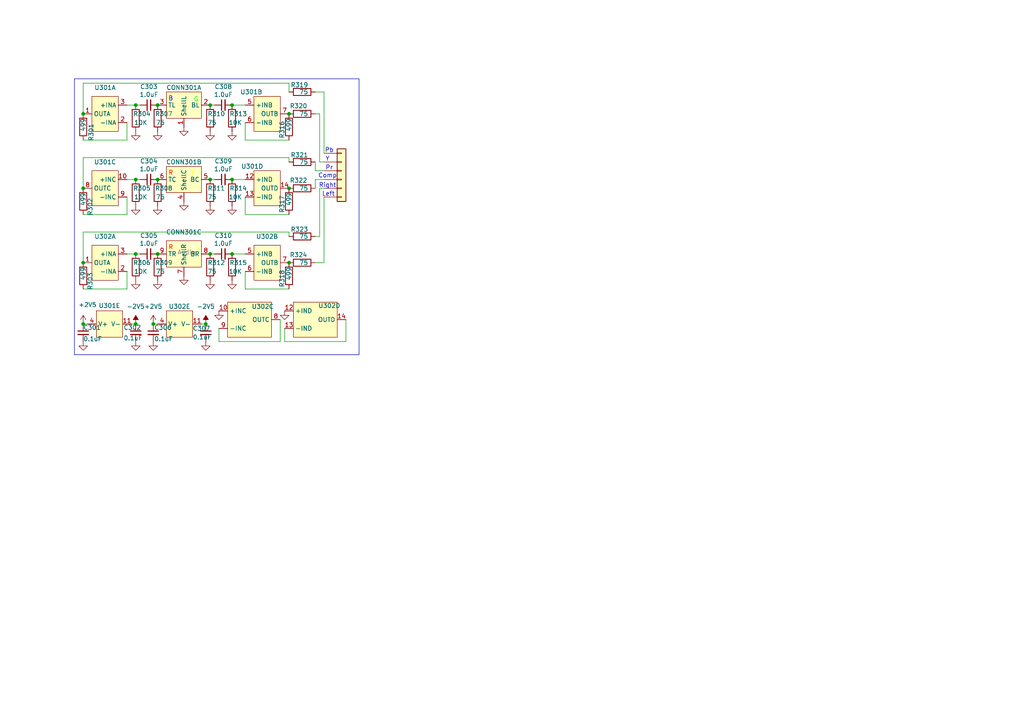
<source format=kicad_sch>
(kicad_sch (version 20250114) (generator "eeschema") (generator_version "9.0")
  (paper "A4")
  (lib_symbols
    (symbol "Connector_Generic:Conn_01x06" (pin_numbers (hide yes)) (pin_names (offset 1.016) (hide yes))
      (property "Reference" "J" (at 0 7.62 0))
      (property "Value" "Conn_01x06" (at 0 -10.16 0))
      (symbol "Conn_01x06_1_1"
        (rectangle (start -1.27 6.35) (end 1.27 -8.89) (stroke (width 0.254)) (fill (type background)))
        (rectangle (start -1.27 5.207) (end 0 4.953) (stroke (width 0.1524)))
        (rectangle (start -1.27 2.667) (end 0 2.413) (stroke (width 0.1524)))
        (rectangle (start -1.27 0.127) (end 0 -0.127) (stroke (width 0.1524)))
        (rectangle (start -1.27 -2.413) (end 0 -2.667) (stroke (width 0.1524)))
        (rectangle (start -1.27 -4.953) (end 0 -5.207) (stroke (width 0.1524)))
        (rectangle (start -1.27 -7.493) (end 0 -7.747) (stroke (width 0.1524)))
        (pin passive line (at -5.08 5.08 0) (length 3.81) (name "Pin_1") (number "1"))
        (pin passive line (at -5.08 2.54 0) (length 3.81) (name "Pin_2") (number "2"))
        (pin passive line (at -5.08 0 0) (length 3.81) (name "Pin_3") (number "3"))
        (pin passive line (at -5.08 -2.54 0) (length 3.81) (name "Pin_4") (number "4"))
        (pin passive line (at -5.08 -5.08 0) (length 3.81) (name "Pin_5") (number "5"))
        (pin passive line (at -5.08 -7.62 0) (length 3.81) (name "Pin_6") (number "6"))
      )
    )
    (symbol "Device:C_Small" (pin_numbers (hide yes)) (pin_names (offset 0.254) (hide yes))
      (property "Reference" "C" (at 0.254 1.778 0))
      (property "Value" "C_Small" (at 0.254 -2.032 0))
      (symbol "C_Small_0_1"
        (polyline (pts (xy -1.524 0.508) (xy 1.524 0.508)) (stroke (width 0.3048)))
        (polyline (pts (xy -1.524 -0.508) (xy 1.524 -0.508)) (stroke (width 0.3302)))
      )
      (symbol "C_Small_1_1"
        (pin passive line (at 0 2.54 270) (length 2.032) (name "~") (number "1"))
        (pin passive line (at 0 -2.54 90) (length 2.032) (name "~") (number "2"))
      )
    )
    (symbol "Device:R" (pin_numbers (hide yes)) (pin_names (offset 0))
      (property "Reference" "R" (at 2.032 0 90))
      (property "Value" "R" (at 0 0 90))
      (symbol "R_0_1"
        (rectangle (start -1.016 -2.54) (end 1.016 2.54) (stroke (width 0.254)))
      )
      (symbol "R_1_1"
        (pin passive line (at 0 3.81 270) (length 1.27) (name "~") (number "1"))
        (pin passive line (at 0 -3.81 90) (length 1.27) (name "~") (number "2"))
      )
    )
    (symbol "RS8754_1"
      (property "Reference" "U" (at -3.556 18.796 0))
      (symbol "RS8754_1_1_0"
        (pin input line (at -6.35 15.24 0) (length 2.54) (name "+INA") (number "3"))
        (pin input line (at -6.35 10.16 0) (length 2.54) (name "-INA") (number "2"))
        (pin output line (at 6.35 12.7 180) (length 2.54) (name "OUTA") (number "1"))
      )
      (symbol "RS8754_1_1_1"
        (rectangle (start -3.81 17.78) (end 3.81 7.62) (fill (type background)))
      )
      (symbol "RS8754_1_2_0"
        (pin input line (at -6.35 15.24 0) (length 2.54) (name "+INB") (number "5"))
        (pin input line (at -6.35 10.16 0) (length 2.54) (name "-INB") (number "6"))
        (pin output line (at 6.35 12.7 180) (length 2.54) (name "OUTB") (number "7"))
      )
      (symbol "RS8754_1_2_1"
        (rectangle (start -3.81 17.78) (end 3.81 7.62) (fill (type background)))
      )
      (symbol "RS8754_1_3_0"
        (pin input line (at -6.35 15.24 0) (length 2.54) (name "+INC") (number "10"))
        (pin input line (at -6.35 10.16 0) (length 2.54) (name "-INC") (number "9"))
        (pin output line (at 6.35 12.7 180) (length 2.54) (name "OUTC") (number "8"))
      )
      (symbol "RS8754_1_3_1"
        (rectangle (start -3.81 17.78) (end 3.81 7.62) (fill (type background)))
      )
      (symbol "RS8754_1_4_0"
        (pin input line (at -6.35 15.24 0) (length 2.54) (name "+IND") (number "12"))
        (pin input line (at -6.35 10.16 0) (length 2.54) (name "-IND") (number "13"))
        (pin output line (at 6.35 12.7 180) (length 2.54) (name "OUTD") (number "14"))
      )
      (symbol "RS8754_1_4_1"
        (rectangle (start -3.81 17.78) (end 3.81 7.62) (fill (type background)))
      )
      (symbol "RS8754_1_5_0"
        (pin power_in line (at -6.35 13.97 0) (length 2.54) (name "V+") (number "4"))
        (pin power_in line (at 6.35 13.97 180) (length 2.54) (name "V-") (number "11"))
      )
      (symbol "RS8754_1_5_1"
        (rectangle (start -3.81 17.78) (end 3.81 10.16) (fill (type background)))
      )
    )
    (symbol "RS8754_2"
      (property "Reference" "U" (at -3.556 18.796 0))
      (symbol "RS8754_2_1_0"
        (pin input line (at -6.35 15.24 0) (length 2.54) (name "+INA") (number "3"))
        (pin input line (at -6.35 10.16 0) (length 2.54) (name "-INA") (number "2"))
        (pin output line (at 6.35 12.7 180) (length 2.54) (name "OUTA") (number "1"))
      )
      (symbol "RS8754_2_1_1"
        (rectangle (start -3.81 17.78) (end 3.81 7.62) (fill (type background)))
      )
      (symbol "RS8754_2_2_0"
        (pin input line (at -6.35 15.24 0) (length 2.54) (name "+INB") (number "5"))
        (pin input line (at -6.35 10.16 0) (length 2.54) (name "-INB") (number "6"))
        (pin output line (at 6.35 12.7 180) (length 2.54) (name "OUTB") (number "7"))
      )
      (symbol "RS8754_2_2_1"
        (rectangle (start -3.81 17.78) (end 3.81 7.62) (fill (type background)))
      )
      (symbol "RS8754_2_3_0"
        (pin input line (at -6.35 15.24 0) (length 2.54) (name "+INC") (number "10"))
        (pin input line (at -6.35 10.16 0) (length 2.54) (name "-INC") (number "9"))
        (pin output line (at 6.35 12.7 180) (length 2.54) (name "OUTC") (number "8"))
      )
      (symbol "RS8754_2_3_1"
        (rectangle (start -3.81 17.78) (end 3.81 7.62) (fill (type background)))
      )
      (symbol "RS8754_2_4_0"
        (pin input line (at -6.35 15.24 0) (length 2.54) (name "+IND") (number "12"))
        (pin input line (at -6.35 10.16 0) (length 2.54) (name "-IND") (number "13"))
        (pin output line (at 6.35 12.7 180) (length 2.54) (name "OUTD") (number "14"))
      )
      (symbol "RS8754_2_4_1"
        (rectangle (start -3.81 17.78) (end 3.81 7.62) (fill (type background)))
      )
      (symbol "RS8754_2_5_0"
        (pin power_in line (at -6.35 13.97 0) (length 2.54) (name "V+") (number "4"))
        (pin power_in line (at 6.35 13.97 180) (length 2.54) (name "V-") (number "11"))
      )
      (symbol "RS8754_2_5_1"
        (rectangle (start -3.81 17.78) (end 3.81 10.16) (fill (type background)))
      )
    )
    (symbol "RS8754_3"
      (property "Reference" "U" (at -3.556 18.796 0))
      (symbol "RS8754_3_1_0"
        (pin input line (at -6.35 15.24 0) (length 2.54) (name "+INA") (number "3"))
        (pin input line (at -6.35 10.16 0) (length 2.54) (name "-INA") (number "2"))
        (pin output line (at 6.35 12.7 180) (length 2.54) (name "OUTA") (number "1"))
      )
      (symbol "RS8754_3_1_1"
        (rectangle (start -3.81 17.78) (end 3.81 7.62) (fill (type background)))
      )
      (symbol "RS8754_3_2_0"
        (pin input line (at -6.35 15.24 0) (length 2.54) (name "+INB") (number "5"))
        (pin input line (at -6.35 10.16 0) (length 2.54) (name "-INB") (number "6"))
        (pin output line (at 6.35 12.7 180) (length 2.54) (name "OUTB") (number "7"))
      )
      (symbol "RS8754_3_2_1"
        (rectangle (start -3.81 17.78) (end 3.81 7.62) (fill (type background)))
      )
      (symbol "RS8754_3_3_0"
        (pin input line (at -6.35 15.24 0) (length 2.54) (name "+INC") (number "10"))
        (pin input line (at -6.35 10.16 0) (length 2.54) (name "-INC") (number "9"))
        (pin output line (at 6.35 12.7 180) (length 2.54) (name "OUTC") (number "8"))
      )
      (symbol "RS8754_3_3_1"
        (rectangle (start -3.81 17.78) (end 3.81 7.62) (fill (type background)))
      )
      (symbol "RS8754_3_4_0"
        (pin input line (at -6.35 15.24 0) (length 2.54) (name "+IND") (number "12"))
        (pin input line (at -6.35 10.16 0) (length 2.54) (name "-IND") (number "13"))
        (pin output line (at 6.35 12.7 180) (length 2.54) (name "OUTD") (number "14"))
      )
      (symbol "RS8754_3_4_1"
        (rectangle (start -3.81 17.78) (end 3.81 7.62) (fill (type background)))
      )
      (symbol "RS8754_3_5_0"
        (pin power_in line (at -6.35 13.97 0) (length 2.54) (name "V+") (number "4"))
        (pin power_in line (at 6.35 13.97 180) (length 2.54) (name "V-") (number "11"))
      )
      (symbol "RS8754_3_5_1"
        (rectangle (start -3.81 17.78) (end 3.81 10.16) (fill (type background)))
      )
    )
    (symbol "RS8754_4"
      (property "Reference" "U" (at -3.556 18.796 0))
      (symbol "RS8754_4_1_0"
        (pin input line (at -6.35 15.24 0) (length 2.54) (name "+INA") (number "3"))
        (pin input line (at -6.35 10.16 0) (length 2.54) (name "-INA") (number "2"))
        (pin output line (at 6.35 12.7 180) (length 2.54) (name "OUTA") (number "1"))
      )
      (symbol "RS8754_4_1_1"
        (rectangle (start -3.81 17.78) (end 3.81 7.62) (fill (type background)))
      )
      (symbol "RS8754_4_2_0"
        (pin input line (at -6.35 15.24 0) (length 2.54) (name "+INB") (number "5"))
        (pin input line (at -6.35 10.16 0) (length 2.54) (name "-INB") (number "6"))
        (pin output line (at 6.35 12.7 180) (length 2.54) (name "OUTB") (number "7"))
      )
      (symbol "RS8754_4_2_1"
        (rectangle (start -3.81 17.78) (end 3.81 7.62) (fill (type background)))
      )
      (symbol "RS8754_4_3_0"
        (pin input line (at -6.35 15.24 0) (length 2.54) (name "+INC") (number "10"))
        (pin input line (at -6.35 10.16 0) (length 2.54) (name "-INC") (number "9"))
        (pin output line (at 6.35 12.7 180) (length 2.54) (name "OUTC") (number "8"))
      )
      (symbol "RS8754_4_3_1"
        (rectangle (start -3.81 17.78) (end 3.81 7.62) (fill (type background)))
      )
      (symbol "RS8754_4_4_0"
        (pin input line (at -6.35 15.24 0) (length 2.54) (name "+IND") (number "12"))
        (pin input line (at -6.35 10.16 0) (length 2.54) (name "-IND") (number "13"))
        (pin output line (at 6.35 12.7 180) (length 2.54) (name "OUTD") (number "14"))
      )
      (symbol "RS8754_4_4_1"
        (rectangle (start -3.81 17.78) (end 3.81 7.62) (fill (type background)))
      )
      (symbol "RS8754_4_5_0"
        (pin power_in line (at -6.35 13.97 0) (length 2.54) (name "V+") (number "4"))
        (pin power_in line (at 6.35 13.97 180) (length 2.54) (name "V-") (number "11"))
      )
      (symbol "RS8754_4_5_1"
        (rectangle (start -3.81 17.78) (end 3.81 10.16) (fill (type background)))
      )
    )
    (symbol "RS8754_5"
      (property "Reference" "U" (at -3.556 18.796 0))
      (symbol "RS8754_5_1_0"
        (pin input line (at -6.35 15.24 0) (length 2.54) (name "+INA") (number "3"))
        (pin input line (at -6.35 10.16 0) (length 2.54) (name "-INA") (number "2"))
        (pin output line (at 6.35 12.7 180) (length 2.54) (name "OUTA") (number "1"))
      )
      (symbol "RS8754_5_1_1"
        (rectangle (start -3.81 17.78) (end 3.81 7.62) (fill (type background)))
      )
      (symbol "RS8754_5_2_0"
        (pin input line (at -6.35 15.24 0) (length 2.54) (name "+INB") (number "5"))
        (pin input line (at -6.35 10.16 0) (length 2.54) (name "-INB") (number "6"))
        (pin output line (at 6.35 12.7 180) (length 2.54) (name "OUTB") (number "7"))
      )
      (symbol "RS8754_5_2_1"
        (rectangle (start -3.81 17.78) (end 3.81 7.62) (fill (type background)))
      )
      (symbol "RS8754_5_3_0"
        (pin input line (at -6.35 15.24 0) (length 2.54) (name "+INC") (number "10"))
        (pin input line (at -6.35 10.16 0) (length 2.54) (name "-INC") (number "9"))
        (pin output line (at 6.35 12.7 180) (length 2.54) (name "OUTC") (number "8"))
      )
      (symbol "RS8754_5_3_1"
        (rectangle (start -3.81 17.78) (end 3.81 7.62) (fill (type background)))
      )
      (symbol "RS8754_5_4_0"
        (pin input line (at -6.35 15.24 0) (length 2.54) (name "+IND") (number "12"))
        (pin input line (at -6.35 10.16 0) (length 2.54) (name "-IND") (number "13"))
        (pin output line (at 6.35 12.7 180) (length 2.54) (name "OUTD") (number "14"))
      )
      (symbol "RS8754_5_4_1"
        (rectangle (start -3.81 17.78) (end 3.81 7.62) (fill (type background)))
      )
      (symbol "RS8754_5_5_0"
        (pin power_in line (at -6.35 13.97 0) (length 2.54) (name "V+") (number "4"))
        (pin power_in line (at 6.35 13.97 180) (length 2.54) (name "V-") (number "11"))
      )
      (symbol "RS8754_5_5_1"
        (rectangle (start -3.81 17.78) (end 3.81 10.16) (fill (type background)))
      )
    )
    (symbol "RS8754_6"
      (property "Reference" "U" (at -3.556 18.796 0))
      (symbol "RS8754_6_1_0"
        (pin input line (at -6.35 15.24 0) (length 2.54) (name "+INA") (number "3"))
        (pin input line (at -6.35 10.16 0) (length 2.54) (name "-INA") (number "2"))
        (pin output line (at 6.35 12.7 180) (length 2.54) (name "OUTA") (number "1"))
      )
      (symbol "RS8754_6_1_1"
        (rectangle (start -3.81 17.78) (end 3.81 7.62) (fill (type background)))
      )
      (symbol "RS8754_6_2_0"
        (pin input line (at -6.35 15.24 0) (length 2.54) (name "+INB") (number "5"))
        (pin input line (at -6.35 10.16 0) (length 2.54) (name "-INB") (number "6"))
        (pin output line (at 6.35 12.7 180) (length 2.54) (name "OUTB") (number "7"))
      )
      (symbol "RS8754_6_2_1"
        (rectangle (start -3.81 17.78) (end 3.81 7.62) (fill (type background)))
      )
      (symbol "RS8754_6_3_0"
        (pin input line (at -6.35 15.24 0) (length 2.54) (name "+INC") (number "10"))
        (pin input line (at -6.35 10.16 0) (length 2.54) (name "-INC") (number "9"))
        (pin output line (at 6.35 12.7 180) (length 2.54) (name "OUTC") (number "8"))
      )
      (symbol "RS8754_6_3_1"
        (rectangle (start -3.81 17.78) (end 3.81 7.62) (fill (type background)))
      )
      (symbol "RS8754_6_4_0"
        (pin input line (at -6.35 15.24 0) (length 2.54) (name "+IND") (number "12"))
        (pin input line (at -6.35 10.16 0) (length 2.54) (name "-IND") (number "13"))
        (pin output line (at 6.35 12.7 180) (length 2.54) (name "OUTD") (number "14"))
      )
      (symbol "RS8754_6_4_1"
        (rectangle (start -3.81 17.78) (end 3.81 7.62) (fill (type background)))
      )
      (symbol "RS8754_6_5_0"
        (pin power_in line (at -6.35 13.97 0) (length 2.54) (name "V+") (number "4"))
        (pin power_in line (at 6.35 13.97 180) (length 2.54) (name "V-") (number "11"))
      )
      (symbol "RS8754_6_5_1"
        (rectangle (start -3.81 17.78) (end 3.81 10.16) (fill (type background)))
      )
    )
    (symbol "RS8754_7"
      (property "Reference" "U" (at -3.556 18.796 0))
      (symbol "RS8754_7_1_0"
        (pin input line (at -6.35 15.24 0) (length 2.54) (name "+INA") (number "3"))
        (pin input line (at -6.35 10.16 0) (length 2.54) (name "-INA") (number "2"))
        (pin output line (at 6.35 12.7 180) (length 2.54) (name "OUTA") (number "1"))
      )
      (symbol "RS8754_7_1_1"
        (rectangle (start -3.81 17.78) (end 3.81 7.62) (fill (type background)))
      )
      (symbol "RS8754_7_2_0"
        (pin input line (at -6.35 15.24 0) (length 2.54) (name "+INB") (number "5"))
        (pin input line (at -6.35 10.16 0) (length 2.54) (name "-INB") (number "6"))
        (pin output line (at 6.35 12.7 180) (length 2.54) (name "OUTB") (number "7"))
      )
      (symbol "RS8754_7_2_1"
        (rectangle (start -3.81 17.78) (end 3.81 7.62) (fill (type background)))
      )
      (symbol "RS8754_7_3_0"
        (pin input line (at -6.35 15.24 0) (length 2.54) (name "+INC") (number "10"))
        (pin input line (at -6.35 10.16 0) (length 2.54) (name "-INC") (number "9"))
        (pin output line (at 6.35 12.7 180) (length 2.54) (name "OUTC") (number "8"))
      )
      (symbol "RS8754_7_3_1"
        (rectangle (start -3.81 17.78) (end 3.81 7.62) (fill (type background)))
      )
      (symbol "RS8754_7_4_0"
        (pin input line (at -6.35 15.24 0) (length 2.54) (name "+IND") (number "12"))
        (pin input line (at -6.35 10.16 0) (length 2.54) (name "-IND") (number "13"))
        (pin output line (at 6.35 12.7 180) (length 2.54) (name "OUTD") (number "14"))
      )
      (symbol "RS8754_7_4_1"
        (rectangle (start -3.81 17.78) (end 3.81 7.62) (fill (type background)))
      )
      (symbol "RS8754_7_5_0"
        (pin power_in line (at -6.35 13.97 0) (length 2.54) (name "V+") (number "4"))
        (pin power_in line (at 6.35 13.97 180) (length 2.54) (name "V-") (number "11"))
      )
      (symbol "RS8754_7_5_1"
        (rectangle (start -3.81 17.78) (end 3.81 10.16) (fill (type background)))
      )
    )
    (symbol "RS8754_8"
      (property "Reference" "U" (at -3.556 18.796 0))
      (symbol "RS8754_8_1_0"
        (pin input line (at -6.35 15.24 0) (length 2.54) (name "+INA") (number "3"))
        (pin input line (at -6.35 10.16 0) (length 2.54) (name "-INA") (number "2"))
        (pin output line (at 6.35 12.7 180) (length 2.54) (name "OUTA") (number "1"))
      )
      (symbol "RS8754_8_1_1"
        (rectangle (start -3.81 17.78) (end 3.81 7.62) (fill (type background)))
      )
      (symbol "RS8754_8_2_0"
        (pin input line (at -6.35 15.24 0) (length 2.54) (name "+INB") (number "5"))
        (pin input line (at -6.35 10.16 0) (length 2.54) (name "-INB") (number "6"))
        (pin output line (at 6.35 12.7 180) (length 2.54) (name "OUTB") (number "7"))
      )
      (symbol "RS8754_8_2_1"
        (rectangle (start -3.81 17.78) (end 3.81 7.62) (fill (type background)))
      )
      (symbol "RS8754_8_3_0"
        (pin input line (at -6.35 15.24 0) (length 2.54) (name "+INC") (number "10"))
        (pin input line (at -6.35 10.16 0) (length 2.54) (name "-INC") (number "9"))
        (pin output line (at 6.35 12.7 180) (length 2.54) (name "OUTC") (number "8"))
      )
      (symbol "RS8754_8_3_1"
        (rectangle (start -3.81 17.78) (end 3.81 7.62) (fill (type background)))
      )
      (symbol "RS8754_8_4_0"
        (pin input line (at -6.35 15.24 0) (length 2.54) (name "+IND") (number "12"))
        (pin input line (at -6.35 10.16 0) (length 2.54) (name "-IND") (number "13"))
        (pin output line (at 6.35 12.7 180) (length 2.54) (name "OUTD") (number "14"))
      )
      (symbol "RS8754_8_4_1"
        (rectangle (start -3.81 17.78) (end 3.81 7.62) (fill (type background)))
      )
      (symbol "RS8754_8_5_0"
        (pin power_in line (at -6.35 13.97 0) (length 2.54) (name "V+") (number "4"))
        (pin power_in line (at 6.35 13.97 180) (length 2.54) (name "V-") (number "11"))
      )
      (symbol "RS8754_8_5_1"
        (rectangle (start -3.81 17.78) (end 3.81 10.16) (fill (type background)))
      )
    )
    (symbol "avswitch:RCJ-61"
      (property "Reference" "CONN" (at -3.048 7.62 0))
      (symbol "RCJ-61_1_0"
        (pin bidirectional line (at -7.62 2.54 0) (length 2.54) (name "TL") (number "3"))
        (pin power_in line (at 0 -3.81 90) (length 2.54) (name "ShellL") (number "1"))
        (pin bidirectional line (at 7.62 2.54 180) (length 2.54) (name "BL") (number "2"))
      )
      (symbol "RCJ-61_1_1"
        (rectangle (start -5.08 6.35) (end 5.08 -1.27) (fill (type background)))
        (text "B" (at -3.81 4.572 0) (effects (font (size 1.27 1.27))))
        (text "G" (at 3.556 4.318 0) (effects (font (size 1.27 1.27))))
      )
      (symbol "RCJ-61_2_0"
        (pin bidirectional line (at -7.62 2.54 0) (length 2.54) (name "TC") (number "6"))
        (pin power_in line (at 0 -3.81 90) (length 2.54) (name "ShellC") (number "4"))
        (pin bidirectional line (at 7.62 2.54 180) (length 2.54) (name "BC") (number "5"))
      )
      (symbol "RCJ-61_2_1"
        (rectangle (start -5.08 6.35) (end 5.08 -1.27) (fill (type background)))
        (text "R" (at -3.81 4.572 0) (effects (font (size 1.27 1.27))))
        (text "Y" (at 2.54 4.572 0) (effects (font (size 1.27 1.27))))
      )
      (symbol "RCJ-61_3_0"
        (pin bidirectional line (at -7.62 2.54 0) (length 2.54) (name "TR") (number "9"))
        (pin power_in line (at 0 -3.81 90) (length 2.54) (name "ShellR") (number "7"))
        (pin bidirectional line (at 7.62 2.54 180) (length 2.54) (name "BR") (number "8"))
      )
      (symbol "RCJ-61_3_1"
        (rectangle (start -5.08 6.35) (end 5.08 -1.27) (fill (type background)))
        (text "R" (at -3.81 4.572 0) (effects (font (size 1.27 1.27))))
        (text "Audio" (at 0.762 3.048 0) (effects (font (size 1.27 1.27))))
        (text "W" (at 2.54 4.572 0) (effects (font (size 1.27 1.27))))
      )
    )
    (symbol "avswitch:RS8754"
      (property "Reference" "U" (at -5.588 18.796 0))
      (symbol "RS8754_1_0"
        (pin input line (at -8.89 15.24 0) (length 2.54) (name "+INA") (number "3"))
        (pin input line (at -8.89 10.16 0) (length 2.54) (name "-INA") (number "2"))
        (pin output line (at 8.89 12.7 180) (length 2.54) (name "OUTA") (number "1"))
      )
      (symbol "RS8754_1_1"
        (rectangle (start -6.35 17.78) (end 6.35 7.62) (fill (type background)))
      )
      (symbol "RS8754_2_0"
        (pin input line (at -8.89 15.24 0) (length 2.54) (name "+INB") (number "5"))
        (pin input line (at -8.89 10.16 0) (length 2.54) (name "-INB") (number "6"))
        (pin output line (at 8.89 12.7 180) (length 2.54) (name "OUTB") (number "7"))
      )
      (symbol "RS8754_2_1"
        (rectangle (start -6.35 17.78) (end 6.35 7.62) (fill (type background)))
      )
      (symbol "RS8754_3_0"
        (pin input line (at -8.89 15.24 0) (length 2.54) (name "+INC") (number "10"))
        (pin input line (at -8.89 10.16 0) (length 2.54) (name "-INC") (number "9"))
        (pin output line (at 8.89 12.7 180) (length 2.54) (name "OUTC") (number "8"))
      )
      (symbol "RS8754_3_1"
        (rectangle (start -6.35 17.78) (end 6.35 7.62) (fill (type background)))
      )
      (symbol "RS8754_4_0"
        (pin input line (at -8.89 15.24 0) (length 2.54) (name "+IND") (number "12"))
        (pin input line (at -8.89 10.16 0) (length 2.54) (name "-IND") (number "13"))
        (pin output line (at 8.89 12.7 180) (length 2.54) (name "OUTD") (number "14"))
      )
      (symbol "RS8754_4_1"
        (rectangle (start -6.35 17.78) (end 6.35 7.62) (fill (type background)))
      )
      (symbol "RS8754_5_0"
        (pin power_in line (at -7.62 13.97 0) (length 2.54) (name "V+") (number "4"))
        (pin power_in line (at 7.62 13.97 180) (length 2.54) (name "V-") (number "11"))
      )
      (symbol "RS8754_5_1"
        (rectangle (start -5.08 17.78) (end 5.08 10.16) (fill (type background)))
      )
    )
    (symbol "power:+2V5" (power) (pin_numbers (hide yes)) (pin_names (offset 0) (hide yes))
      (property "Value" "+2V5" (at 0 3.556 0))
      (symbol "+2V5_0_1"
        (polyline (pts (xy -0.762 1.27) (xy 0 2.54)))
        (polyline (pts (xy 0 2.54) (xy 0.762 1.27)))
        (polyline (pts (xy 0 0) (xy 0 2.54)))
      )
      (symbol "+2V5_1_1"
        (pin power_in line (at 0 0 90) (length 0) (name "~") (number "1"))
      )
    )
    (symbol "power:-2V5" (power) (pin_numbers (hide yes)) (pin_names (offset 0) (hide yes))
      (property "Value" "-2V5" (at 0 3.556 0))
      (symbol "-2V5_0_0"
        (pin power_in line (at 0 0 90) (length 0) (name "~") (number "1"))
      )
      (symbol "-2V5_0_1"
        (polyline (pts (xy 0 0) (xy 0 1.27) (xy 0.762 1.27) (xy 0 2.54) (xy -0.762 1.27) (xy 0 1.27)) (fill (type outline)))
      )
    )
    (symbol "power:GND" (power) (pin_numbers (hide yes)) (pin_names (offset 0) (hide yes))
      (property "Value" "GND" (at 0 -3.81 0))
      (symbol "GND_0_1"
        (polyline (pts (xy 0 0) (xy 0 -1.27) (xy 1.27 -1.27) (xy 0 -2.54) (xy -1.27 -1.27) (xy 0 -1.27)))
      )
      (symbol "GND_1_1"
        (pin power_in line (at 0 0 270) (length 0) (name "~") (number "1"))
      )
    )
  )
  (rectangle (start 21.59 22.86) (end 104.14 102.87))
  (text "Comp" (at 94.996 51.054 0) (effects (font (size 1.27 1.27))))
  (text "Left" (at 95.25 56.388 0) (effects (font (size 1.27 1.27))))
  (text "Y" (at 94.996 46.228 0) (effects (font (size 1.27 1.27))))
  (text "Right" (at 94.996 53.848 0) (effects (font (size 1.27 1.27))))
  (text "Pb" (at 95.504 43.688 0) (effects (font (size 1.27 1.27))))
  (text "Pr" (at 95.504 48.768 0) (effects (font (size 1.27 1.27))))
  (junction (at 60.96 52.07))
  (junction (at 39.37 30.48))
  (junction (at 39.37 93.98))
  (junction (at 67.31 52.07))
  (junction (at 39.37 52.07))
  (junction (at 39.37 73.66))
  (junction (at 24.13 54.61))
  (junction (at 44.45 93.98))
  (junction (at 45.72 73.66))
  (junction (at 60.96 73.66))
  (junction (at 67.31 30.48))
  (junction (at 67.31 73.66))
  (junction (at 24.13 93.98))
  (junction (at 45.72 30.48))
  (junction (at 24.13 33.02))
  (junction (at 59.69 93.98))
  (junction (at 83.82 54.61))
  (junction (at 83.82 33.02))
  (junction (at 45.72 52.07))
  (junction (at 83.82 76.2))
  (junction (at 24.13 76.2))
  (junction (at 60.96 30.48))
  (wire (pts (xy 24.13 45.72) (xy 24.13 54.61)))
  (wire (pts (xy 93.98 76.2) (xy 91.44 76.2)))
  (wire (pts (xy 93.98 57.15) (xy 93.98 76.2)))
  (wire (pts (xy 71.12 35.56) (xy 71.12 40.64)))
  (wire (pts (xy 82.55 95.25) (xy 82.55 99.06)))
  (wire (pts (xy 36.83 30.48) (xy 39.37 30.48)))
  (wire (pts (xy 83.82 67.31) (xy 83.82 68.58)))
  (wire (pts (xy 93.98 49.53) (xy 91.44 49.53)))
  (wire (pts (xy 92.71 46.99) (xy 92.71 33.02)))
  (wire (pts (xy 71.12 83.82) (xy 83.82 83.82)))
  (wire (pts (xy 39.37 52.07) (xy 40.64 52.07)))
  (wire (pts (xy 36.83 52.07) (xy 39.37 52.07)))
  (wire (pts (xy 36.83 35.56) (xy 36.83 40.64)))
  (wire (pts (xy 24.13 67.31) (xy 83.82 67.31)))
  (wire (pts (xy 92.71 33.02) (xy 91.44 33.02)))
  (wire (pts (xy 100.33 99.06) (xy 82.55 99.06)))
  (wire (pts (xy 39.37 73.66) (xy 40.64 73.66)))
  (wire (pts (xy 36.83 78.74) (xy 36.83 83.82)))
  (wire (pts (xy 24.13 40.64) (xy 36.83 40.64)))
  (wire (pts (xy 91.44 49.53) (xy 91.44 46.99)))
  (wire (pts (xy 92.71 68.58) (xy 92.71 54.61)))
  (wire (pts (xy 81.28 92.71) (xy 81.28 99.06)))
  (wire (pts (xy 83.82 45.72) (xy 83.82 46.99)))
  (wire (pts (xy 67.31 73.66) (xy 71.12 73.66)))
  (wire (pts (xy 83.82 24.13) (xy 83.82 26.67)))
  (wire (pts (xy 71.12 57.15) (xy 71.12 62.23)))
  (wire (pts (xy 24.13 45.72) (xy 83.82 45.72)))
  (wire (pts (xy 93.98 46.99) (xy 92.71 46.99)))
  (wire (pts (xy 71.12 40.64) (xy 83.82 40.64)))
  (wire (pts (xy 39.37 30.48) (xy 40.64 30.48)))
  (wire (pts (xy 92.71 54.61) (xy 93.98 54.61)))
  (wire (pts (xy 24.13 83.82) (xy 36.83 83.82)))
  (wire (pts (xy 100.33 92.71) (xy 100.33 99.06)))
  (wire (pts (xy 24.13 24.13) (xy 24.13 33.02)))
  (wire (pts (xy 91.44 52.07) (xy 93.98 52.07)))
  (wire (pts (xy 93.98 44.45) (xy 93.98 26.67)))
  (wire (pts (xy 44.45 93.98) (xy 45.72 93.98)))
  (wire (pts (xy 36.83 73.66) (xy 39.37 73.66)))
  (wire (pts (xy 71.12 62.23) (xy 83.82 62.23)))
  (wire (pts (xy 71.12 78.74) (xy 71.12 83.82)))
  (wire (pts (xy 38.1 93.98) (xy 39.37 93.98)))
  (wire (pts (xy 24.13 67.31) (xy 24.13 76.2)))
  (wire (pts (xy 24.13 62.23) (xy 36.83 62.23)))
  (wire (pts (xy 91.44 54.61) (xy 91.44 52.07)))
  (wire (pts (xy 24.13 24.13) (xy 83.82 24.13)))
  (wire (pts (xy 63.5 99.06) (xy 63.5 95.25)))
  (wire (pts (xy 60.96 73.66) (xy 62.23 73.66)))
  (wire (pts (xy 81.28 99.06) (xy 63.5 99.06)))
  (wire (pts (xy 60.96 52.07) (xy 62.23 52.07)))
  (wire (pts (xy 67.31 52.07) (xy 71.12 52.07)))
  (wire (pts (xy 58.42 93.98) (xy 59.69 93.98)))
  (wire (pts (xy 24.13 93.98) (xy 25.4 93.98)))
  (wire (pts (xy 60.96 30.48) (xy 62.23 30.48)))
  (wire (pts (xy 67.31 30.48) (xy 71.12 30.48)))
  (wire (pts (xy 36.83 57.15) (xy 36.83 62.23)))
  (wire (pts (xy 91.44 68.58) (xy 92.71 68.58)))
  (wire (pts (xy 91.44 26.67) (xy 93.98 26.67)))
  (symbol (lib_id "power:GND") (at 45.72 38.1 0) (unit 1)
    (property "Reference" "#PWR0310" (effects (hide yes)))
    (property "Value" "GND" (effects (hide yes)))
    (property "Description" "Power symbol creates a global label with name \"GND\" , ground" (effects (hide yes)))
  )
  (symbol (lib_id "power:GND") (at 60.96 81.28 0) (unit 1)
    (property "Reference" "#PWR0320" (effects (hide yes)))
    (property "Value" "GND" (effects (hide yes)))
    (property "Description" "Power symbol creates a global label with name \"GND\" , ground" (effects (hide yes)))
  )
  (symbol (lib_name "RS8754_8") (lib_id "avswitch:RS8754") (at 77.47 45.72 0) (unit 2)
    (property "Reference" "U301" (at 72.898 26.67 0))
    (property "Value" "RS8754" (effects (hide yes)))
    (property "Footprint" "Package_SO:SOIC-14_3.9x8.7mm_P1.27mm" (effects (hide yes)))
    (property "Datasheet" "https://www.lcsc.com/datasheet/lcsc_datasheet_2405271615_Jiangsu-RUNIC-Tech-RS8754XP_C255420.pdf" (effects (hide yes)))
    (property "Description" "250MHz, Rail-to-Rail Output CMOS Operational Amplifier" (effects (hide yes)))
  )
  (symbol (lib_id "power:GND") (at 67.31 38.1 0) (unit 1)
    (property "Reference" "#PWR0322" (effects (hide yes)))
    (property "Value" "GND" (effects (hide yes)))
    (property "Description" "Power symbol creates a global label with name \"GND\" , ground" (effects (hide yes)))
  )
  (symbol (lib_id "Device:R") (at 24.13 80.01 180) (unit 1)
    (property "Reference" "R303" (at 26.162 78.994 90) (effects (justify left)))
    (property "Value" "499" (at 24.13 77.47 90) (effects (justify left)))
    (property "Footprint" "Resistor_SMD:R_0805_2012Metric" (effects (hide yes)))
    (property "Description" "Resistor" (effects (hide yes)))
  )
  (symbol (lib_id "power:GND") (at 67.31 81.28 0) (unit 1)
    (property "Reference" "#PWR0324" (effects (hide yes)))
    (property "Value" "GND" (effects (hide yes)))
    (property "Description" "Power symbol creates a global label with name \"GND\" , ground" (effects (hide yes)))
  )
  (symbol (lib_id "power:GND") (at 39.37 99.06 0) (unit 1)
    (property "Reference" "#PWR0307" (effects (hide yes)))
    (property "Value" "GND" (effects (hide yes)))
    (property "Description" "Power symbol creates a global label with name \"GND\" , ground" (effects (hide yes)))
  )
  (symbol (lib_id "Device:R") (at 60.96 34.29 0) (unit 1)
    (property "Reference" "R310" (at 60.198 33.02 0) (effects (justify left)))
    (property "Value" "75" (at 60.198 35.56 0) (effects (justify left)))
    (property "Footprint" "Resistor_SMD:R_0805_2012Metric" (effects (hide yes)))
    (property "Description" "Resistor" (effects (hide yes)))
  )
  (symbol (lib_id "Device:R") (at 87.63 46.99 90) (unit 1)
    (property "Reference" "R321" (at 89.408 44.958 90) (effects (justify left)))
    (property "Value" "75" (at 89.408 46.99 90) (effects (justify left)))
    (property "Footprint" "Resistor_SMD:R_0805_2012Metric" (effects (hide yes)))
    (property "Description" "Resistor" (effects (hide yes)))
  )
  (symbol (lib_id "Device:R") (at 24.13 58.42 180) (unit 1)
    (property "Reference" "R302" (at 26.162 57.404 90) (effects (justify left)))
    (property "Value" "499" (at 24.13 55.88 90) (effects (justify left)))
    (property "Footprint" "Resistor_SMD:R_0805_2012Metric" (effects (hide yes)))
    (property "Description" "Resistor" (effects (hide yes)))
  )
  (symbol (lib_name "RS8754_7") (lib_id "avswitch:RS8754") (at 30.48 88.9 0) (mirror y) (unit 1)
    (property "Reference" "U302" (at 30.48 68.58 0))
    (property "Value" "RS8754" (effects (hide yes)))
    (property "Footprint" "Package_SO:SOIC-14_3.9x8.7mm_P1.27mm" (effects (hide yes)))
    (property "Datasheet" "https://www.lcsc.com/datasheet/lcsc_datasheet_2405271615_Jiangsu-RUNIC-Tech-RS8754XP_C255420.pdf" (effects (hide yes)))
    (property "Description" "250MHz, Rail-to-Rail Output CMOS Operational Amplifier" (effects (hide yes)))
  )
  (symbol (lib_id "power:GND") (at 24.13 99.06 0) (unit 1)
    (property "Reference" "#PWR0302" (effects (hide yes)))
    (property "Value" "GND" (effects (hide yes)))
    (property "Description" "Power symbol creates a global label with name \"GND\" , ground" (effects (hide yes)))
  )
  (symbol (lib_id "power:-2V5") (at 39.37 93.98 0) (unit 1)
    (property "Reference" "#PWR0306" (effects (hide yes)))
    (property "Value" "-2V5" (at 39.37 88.9 0))
    (property "Description" "Power symbol creates a global label with name \"-2V5\"" (effects (hide yes)))
  )
  (symbol (lib_name "RS8754_3") (lib_id "avswitch:RS8754") (at 77.47 88.9 0) (unit 2)
    (property "Reference" "U302" (at 77.47 68.58 0))
    (property "Value" "RS8754" (effects (hide yes)))
    (property "Footprint" "Package_SO:SOIC-14_3.9x8.7mm_P1.27mm" (effects (hide yes)))
    (property "Datasheet" "https://www.lcsc.com/datasheet/lcsc_datasheet_2405271615_Jiangsu-RUNIC-Tech-RS8754XP_C255420.pdf" (effects (hide yes)))
    (property "Description" "250MHz, Rail-to-Rail Output CMOS Operational Amplifier" (effects (hide yes)))
  )
  (symbol (lib_name "RS8754_5") (lib_id "avswitch:RS8754") (at 52.07 107.95 0) (unit 5)
    (property "Reference" "U302" (at 52.07 88.9 0))
    (property "Value" "RS8754" (effects (hide yes)))
    (property "Footprint" "Package_SO:SOIC-14_3.9x8.7mm_P1.27mm" (effects (hide yes)))
    (property "Datasheet" "https://www.lcsc.com/datasheet/lcsc_datasheet_2405271615_Jiangsu-RUNIC-Tech-RS8754XP_C255420.pdf" (effects (hide yes)))
    (property "Description" "250MHz, Rail-to-Rail Output CMOS Operational Amplifier" (effects (hide yes)))
  )
  (symbol (lib_id "power:GND") (at 60.96 38.1 0) (unit 1)
    (property "Reference" "#PWR0318" (effects (hide yes)))
    (property "Value" "GND" (effects (hide yes)))
    (property "Description" "Power symbol creates a global label with name \"GND\" , ground" (effects (hide yes)))
  )
  (symbol (lib_id "Device:C_Small") (at 64.77 52.07 90) (unit 1)
    (property "Reference" "C309" (at 64.77 46.736 90))
    (property "Value" "1.0uF" (at 64.77 49.022 90))
    (property "Footprint" "Capacitor_SMD:C_0402_1005Metric" (effects (hide yes)))
    (property "Description" "Unpolarized capacitor, small symbol" (effects (hide yes)))
  )
  (symbol (lib_id "power:GND") (at 53.34 58.42 0) (unit 1)
    (property "Reference" "#PWR0314" (effects (hide yes)))
    (property "Value" "GND" (effects (hide yes)))
    (property "Description" "Power symbol creates a global label with name \"GND\" , ground" (effects (hide yes)))
  )
  (symbol (lib_id "Device:R") (at 39.37 34.29 0) (unit 1)
    (property "Reference" "R304" (at 38.608 33.02 0) (effects (justify left)))
    (property "Value" "10K" (at 38.862 35.56 0) (effects (justify left)))
    (property "Footprint" "Resistor_SMD:R_0805_2012Metric" (effects (hide yes)))
    (property "Description" "Resistor" (effects (hide yes)))
  )
  (symbol (lib_id "Device:R") (at 39.37 55.88 0) (unit 1)
    (property "Reference" "R305" (at 38.608 54.61 0) (effects (justify left)))
    (property "Value" "10K" (at 38.862 57.15 0) (effects (justify left)))
    (property "Footprint" "Resistor_SMD:R_0805_2012Metric" (effects (hide yes)))
    (property "Description" "Resistor" (effects (hide yes)))
  )
  (symbol (lib_id "power:GND") (at 82.55 90.17 0) (unit 1)
    (property "Reference" "#PWR0325" (effects (hide yes)))
    (property "Value" "GND" (effects (hide yes)))
    (property "Description" "Power symbol creates a global label with name \"GND\" , ground" (effects (hide yes)))
  )
  (symbol (lib_id "avswitch:RS8754") (at 72.39 105.41 0) (unit 3)
    (property "Reference" "U302" (at 76.2 88.9 0))
    (property "Value" "RS8754" (effects (hide yes)))
    (property "Footprint" "Package_SO:SOIC-14_3.9x8.7mm_P1.27mm" (effects (hide yes)))
    (property "Datasheet" "https://www.lcsc.com/datasheet/lcsc_datasheet_2405271615_Jiangsu-RUNIC-Tech-RS8754XP_C255420.pdf" (effects (hide yes)))
    (property "Description" "250MHz, Rail-to-Rail Output CMOS Operational Amplifier" (effects (hide yes)))
  )
  (symbol (lib_id "power:GND") (at 67.31 59.69 0) (unit 1)
    (property "Reference" "#PWR0323" (effects (hide yes)))
    (property "Value" "GND" (effects (hide yes)))
    (property "Description" "Power symbol creates a global label with name \"GND\" , ground" (effects (hide yes)))
  )
  (symbol (lib_id "Device:C_Small") (at 64.77 30.48 90) (unit 1)
    (property "Reference" "C308" (at 64.77 25.146 90))
    (property "Value" "1.0uF" (at 64.77 27.432 90))
    (property "Footprint" "Capacitor_SMD:C_0402_1005Metric" (effects (hide yes)))
    (property "Description" "Unpolarized capacitor, small symbol" (effects (hide yes)))
  )
  (symbol (lib_id "Device:R") (at 87.63 33.02 90) (unit 1)
    (property "Reference" "R320" (at 89.154 30.734 90) (effects (justify left)))
    (property "Value" "75" (at 89.408 33.02 90) (effects (justify left)))
    (property "Footprint" "Resistor_SMD:R_0805_2012Metric" (effects (hide yes)))
    (property "Description" "Resistor" (effects (hide yes)))
  )
  (symbol (lib_id "Device:R") (at 83.82 36.83 180) (unit 1)
    (property "Reference" "R316" (at 81.788 35.052 90) (effects (justify left)))
    (property "Value" "499" (at 83.82 34.29 90) (effects (justify left)))
    (property "Footprint" "Resistor_SMD:R_0805_2012Metric" (effects (hide yes)))
    (property "Description" "Resistor" (effects (hide yes)))
  )
  (symbol (lib_id "Device:C_Small") (at 43.18 52.07 90) (unit 1)
    (property "Reference" "C304" (at 43.18 46.736 90))
    (property "Value" "1.0uF" (at 43.18 49.022 90))
    (property "Footprint" "Capacitor_SMD:C_0402_1005Metric" (effects (hide yes)))
    (property "Description" "Unpolarized capacitor, small symbol" (effects (hide yes)))
  )
  (symbol (lib_id "Device:C_Small") (at 43.18 73.66 90) (unit 1)
    (property "Reference" "C305" (at 43.18 68.326 90))
    (property "Value" "1.0uF" (at 43.18 70.612 90))
    (property "Footprint" "Capacitor_SMD:C_0402_1005Metric" (effects (hide yes)))
    (property "Description" "Unpolarized capacitor, small symbol" (effects (hide yes)))
  )
  (symbol (lib_name "RS8754_6") (lib_id "avswitch:RS8754") (at 77.47 67.31 0) (unit 4)
    (property "Reference" "U301" (at 73.152 48.26 0))
    (property "Value" "RS8754" (effects (hide yes)))
    (property "Footprint" "Package_SO:SOIC-14_3.9x8.7mm_P1.27mm" (effects (hide yes)))
    (property "Datasheet" "https://www.lcsc.com/datasheet/lcsc_datasheet_2405271615_Jiangsu-RUNIC-Tech-RS8754XP_C255420.pdf" (effects (hide yes)))
    (property "Description" "250MHz, Rail-to-Rail Output CMOS Operational Amplifier" (effects (hide yes)))
  )
  (symbol (lib_id "Device:R") (at 67.31 55.88 0) (unit 1)
    (property "Reference" "R314" (at 66.548 54.61 0) (effects (justify left)))
    (property "Value" "10K" (at 66.294 57.15 0) (effects (justify left)))
    (property "Footprint" "Resistor_SMD:R_0805_2012Metric" (effects (hide yes)))
    (property "Description" "Resistor" (effects (hide yes)))
  )
  (symbol (lib_name "RS8754_2") (lib_id "avswitch:RS8754") (at 30.48 67.31 0) (mirror y) (unit 3)
    (property "Reference" "U301" (at 30.48 46.99 0))
    (property "Value" "RS8754" (effects (hide yes)))
    (property "Footprint" "Package_SO:SOIC-14_3.9x8.7mm_P1.27mm" (effects (hide yes)))
    (property "Datasheet" "https://www.lcsc.com/datasheet/lcsc_datasheet_2405271615_Jiangsu-RUNIC-Tech-RS8754XP_C255420.pdf" (effects (hide yes)))
    (property "Description" "250MHz, Rail-to-Rail Output CMOS Operational Amplifier" (effects (hide yes)))
  )
  (symbol (lib_id "Device:C_Small") (at 59.69 96.52 0) (unit 1)
    (property "Reference" "C307" (at 55.88 95.25 0) (effects (justify left)))
    (property "Value" "0.1uF" (at 55.88 97.79 0) (effects (justify left)))
    (property "Footprint" "Capacitor_SMD:C_0402_1005Metric" (effects (hide yes)))
    (property "Description" "Unpolarized capacitor, small symbol" (effects (hide yes)))
  )
  (symbol (lib_id "Device:R") (at 83.82 80.01 180) (unit 1)
    (property "Reference" "R318" (at 81.788 78.232 90) (effects (justify left)))
    (property "Value" "499" (at 83.82 77.47 90) (effects (justify left)))
    (property "Footprint" "Resistor_SMD:R_0805_2012Metric" (effects (hide yes)))
    (property "Description" "Resistor" (effects (hide yes)))
  )
  (symbol (lib_id "Device:C_Small") (at 24.13 96.52 0) (unit 1)
    (property "Reference" "C301" (at 24.13 94.996 0) (effects (justify left)))
    (property "Value" "0.1uF" (at 24.13 98.298 0) (effects (justify left)))
    (property "Footprint" "Capacitor_SMD:C_0402_1005Metric" (effects (hide yes)))
    (property "Description" "Unpolarized capacitor, small symbol" (effects (hide yes)))
  )
  (symbol (lib_id "Device:R") (at 87.63 68.58 90) (unit 1)
    (property "Reference" "R323" (at 89.408 66.548 90) (effects (justify left)))
    (property "Value" "75" (at 89.408 68.58 90) (effects (justify left)))
    (property "Footprint" "Resistor_SMD:R_0805_2012Metric" (effects (hide yes)))
    (property "Description" "Resistor" (effects (hide yes)))
  )
  (symbol (lib_id "Device:R") (at 24.13 36.83 180) (unit 1)
    (property "Reference" "R301" (at 26.416 35.814 90) (effects (justify left)))
    (property "Value" "499" (at 24.13 34.29 90) (effects (justify left)))
    (property "Footprint" "Resistor_SMD:R_0805_2012Metric" (effects (hide yes)))
    (property "Description" "Resistor" (effects (hide yes)))
  )
  (symbol (lib_id "Device:R") (at 60.96 77.47 0) (unit 1)
    (property "Reference" "R312" (at 60.198 76.2 0) (effects (justify left)))
    (property "Value" "75" (at 60.198 78.74 0) (effects (justify left)))
    (property "Footprint" "Resistor_SMD:R_0805_2012Metric" (effects (hide yes)))
    (property "Description" "Resistor" (effects (hide yes)))
  )
  (symbol (lib_id "power:GND") (at 44.45 99.06 0) (unit 1)
    (property "Reference" "#PWR0309" (effects (hide yes)))
    (property "Value" "GND" (effects (hide yes)))
    (property "Description" "Power symbol creates a global label with name \"GND\" , ground" (effects (hide yes)))
  )
  (symbol (lib_name "RS8754_1") (lib_id "avswitch:RS8754") (at 31.75 107.95 0) (unit 5)
    (property "Reference" "U301" (at 31.75 88.646 0))
    (property "Value" "RS8754" (effects (hide yes)))
    (property "Footprint" "Package_SO:SOIC-14_3.9x8.7mm_P1.27mm" (effects (hide yes)))
    (property "Datasheet" "https://www.lcsc.com/datasheet/lcsc_datasheet_2405271615_Jiangsu-RUNIC-Tech-RS8754XP_C255420.pdf" (effects (hide yes)))
    (property "Description" "250MHz, Rail-to-Rail Output CMOS Operational Amplifier" (effects (hide yes)))
  )
  (symbol (lib_id "Device:R") (at 67.31 34.29 0) (unit 1)
    (property "Reference" "R313" (at 66.548 33.02 0) (effects (justify left)))
    (property "Value" "10K" (at 66.294 35.56 0) (effects (justify left)))
    (property "Footprint" "Resistor_SMD:R_0805_2012Metric" (effects (hide yes)))
    (property "Description" "Resistor" (effects (hide yes)))
  )
  (symbol (lib_id "Device:R") (at 45.72 77.47 0) (unit 1)
    (property "Reference" "R309" (at 44.958 76.2 0) (effects (justify left)))
    (property "Value" "75" (at 45.212 78.74 0) (effects (justify left)))
    (property "Footprint" "Resistor_SMD:R_0805_2012Metric" (effects (hide yes)))
    (property "Description" "Resistor" (effects (hide yes)))
  )
  (symbol (lib_id "Device:R") (at 39.37 77.47 0) (unit 1)
    (property "Reference" "R306" (at 38.608 76.2 0) (effects (justify left)))
    (property "Value" "10K" (at 38.862 78.74 0) (effects (justify left)))
    (property "Footprint" "Resistor_SMD:R_0805_2012Metric" (effects (hide yes)))
    (property "Description" "Resistor" (effects (hide yes)))
  )
  (symbol (lib_id "avswitch:RCJ-61") (at 53.34 33.02 0) (unit 1)
    (property "Reference" "CONN301" (at 53.34 25.4 0))
    (property "Value" "RCJ-61562423" (effects (hide yes)))
    (property "Footprint" "avswitch:RCJ-61" (effects (hide yes)))
    (property "Datasheet" "https://www.sameskydevices.com/product/resource/rcj-61.pdf" (effects (hide yes)))
    (property "Description" "Same Sky (formerly CUI) RCJ-61 Series 3x2 RCA block" (effects (hide yes)))
  )
  (symbol (lib_id "power:+2V5") (at 24.13 93.98 0) (unit 1)
    (property "Reference" "#PWR0301" (effects (hide yes)))
    (property "Value" "+2V5" (at 25.4 88.392 0))
    (property "Description" "Power symbol creates a global label with name \"+2V5\"" (effects (hide yes)))
  )
  (symbol (lib_id "avswitch:RS8754") (at 91.44 105.41 0) (unit 4)
    (property "Reference" "U302" (at 95.504 88.646 0))
    (property "Value" "RS8754" (effects (hide yes)))
    (property "Footprint" "Package_SO:SOIC-14_3.9x8.7mm_P1.27mm" (effects (hide yes)))
    (property "Datasheet" "https://www.lcsc.com/datasheet/lcsc_datasheet_2405271615_Jiangsu-RUNIC-Tech-RS8754XP_C255420.pdf" (effects (hide yes)))
    (property "Description" "250MHz, Rail-to-Rail Output CMOS Operational Amplifier" (effects (hide yes)))
  )
  (symbol (lib_id "Device:R") (at 60.96 55.88 0) (unit 1)
    (property "Reference" "R311" (at 60.198 54.61 0) (effects (justify left)))
    (property "Value" "75" (at 60.198 57.15 0) (effects (justify left)))
    (property "Footprint" "Resistor_SMD:R_0805_2012Metric" (effects (hide yes)))
    (property "Description" "Resistor" (effects (hide yes)))
  )
  (symbol (lib_id "avswitch:RCJ-61") (at 53.34 76.2 0) (unit 3)
    (property "Reference" "CONN301" (at 53.34 67.31 0))
    (property "Value" "RCJ-61562423" (effects (hide yes)))
    (property "Footprint" "avswitch:RCJ-61" (effects (hide yes)))
    (property "Datasheet" "https://www.sameskydevices.com/product/resource/rcj-61.pdf" (effects (hide yes)))
    (property "Description" "Same Sky (formerly CUI) RCJ-61 Series 3x2 RCA block" (effects (hide yes)))
  )
  (symbol (lib_id "Device:C_Small") (at 43.18 30.48 90) (unit 1)
    (property "Reference" "C303" (at 43.18 25.146 90))
    (property "Value" "1.0uF" (at 43.18 27.432 90))
    (property "Footprint" "Capacitor_SMD:C_0402_1005Metric" (effects (hide yes)))
    (property "Description" "Unpolarized capacitor, small symbol" (effects (hide yes)))
  )
  (symbol (lib_id "power:GND") (at 39.37 59.69 0) (unit 1)
    (property "Reference" "#PWR0304" (effects (hide yes)))
    (property "Value" "GND" (effects (hide yes)))
    (property "Description" "Power symbol creates a global label with name \"GND\" , ground" (effects (hide yes)))
  )
  (symbol (lib_id "power:GND") (at 45.72 59.69 0) (unit 1)
    (property "Reference" "#PWR0311" (effects (hide yes)))
    (property "Value" "GND" (effects (hide yes)))
    (property "Description" "Power symbol creates a global label with name \"GND\" , ground" (effects (hide yes)))
  )
  (symbol (lib_id "Device:R") (at 87.63 76.2 90) (unit 1)
    (property "Reference" "R324" (at 89.154 73.914 90) (effects (justify left)))
    (property "Value" "75" (at 89.408 76.2 90) (effects (justify left)))
    (property "Footprint" "Resistor_SMD:R_0805_2012Metric" (effects (hide yes)))
    (property "Description" "Resistor" (effects (hide yes)))
  )
  (symbol (lib_id "power:+2V5") (at 44.45 93.98 0) (unit 1)
    (property "Reference" "#PWR0308" (effects (hide yes)))
    (property "Value" "+2V5" (at 44.45 88.9 0))
    (property "Description" "Power symbol creates a global label with name \"+2V5\"" (effects (hide yes)))
  )
  (symbol (lib_id "power:GND") (at 59.69 99.06 0) (unit 1)
    (property "Reference" "#PWR0317" (effects (hide yes)))
    (property "Value" "GND" (effects (hide yes)))
    (property "Description" "Power symbol creates a global label with name \"GND\" , ground" (effects (hide yes)))
  )
  (symbol (lib_id "power:GND") (at 39.37 38.1 0) (unit 1)
    (property "Reference" "#PWR0303" (effects (hide yes)))
    (property "Value" "GND" (effects (hide yes)))
    (property "Description" "Power symbol creates a global label with name \"GND\" , ground" (effects (hide yes)))
  )
  (symbol (lib_id "power:GND") (at 60.96 59.69 0) (unit 1)
    (property "Reference" "#PWR0319" (effects (hide yes)))
    (property "Value" "GND" (effects (hide yes)))
    (property "Description" "Power symbol creates a global label with name \"GND\" , ground" (effects (hide yes)))
  )
  (symbol (lib_id "power:GND") (at 53.34 36.83 0) (unit 1)
    (property "Reference" "#PWR0313" (effects (hide yes)))
    (property "Value" "GND" (effects (hide yes)))
    (property "Description" "Power symbol creates a global label with name \"GND\" , ground" (effects (hide yes)))
  )
  (symbol (lib_id "power:GND") (at 63.5 90.17 0) (unit 1)
    (property "Reference" "#PWR0321" (effects (hide yes)))
    (property "Value" "GND" (effects (hide yes)))
    (property "Description" "Power symbol creates a global label with name \"GND\" , ground" (effects (hide yes)))
  )
  (symbol (lib_id "Device:C_Small") (at 39.37 96.52 0) (unit 1)
    (property "Reference" "C302" (at 35.814 94.996 0) (effects (justify left)))
    (property "Value" "0.1uF" (at 35.814 98.044 0) (effects (justify left)))
    (property "Footprint" "Capacitor_SMD:C_0402_1005Metric" (effects (hide yes)))
    (property "Description" "Unpolarized capacitor, small symbol" (effects (hide yes)))
  )
  (symbol (lib_id "power:-2V5") (at 59.69 93.98 0) (unit 1)
    (property "Reference" "#PWR0316" (effects (hide yes)))
    (property "Value" "-2V5" (at 59.69 88.9 0))
    (property "Description" "Power symbol creates a global label with name \"-2V5\"" (effects (hide yes)))
  )
  (symbol (lib_name "RS8754_4") (lib_id "avswitch:RS8754") (at 30.48 45.72 0) (mirror y) (unit 1)
    (property "Reference" "U301" (at 30.48 25.4 0))
    (property "Value" "RS8754" (effects (hide yes)))
    (property "Footprint" "Package_SO:SOIC-14_3.9x8.7mm_P1.27mm" (effects (hide yes)))
    (property "Datasheet" "https://www.lcsc.com/datasheet/lcsc_datasheet_2405271615_Jiangsu-RUNIC-Tech-RS8754XP_C255420.pdf" (effects (hide yes)))
    (property "Description" "250MHz, Rail-to-Rail Output CMOS Operational Amplifier" (effects (hide yes)))
  )
  (symbol (lib_id "power:GND") (at 39.37 81.28 0) (unit 1)
    (property "Reference" "#PWR0305" (effects (hide yes)))
    (property "Value" "GND" (effects (hide yes)))
    (property "Description" "Power symbol creates a global label with name \"GND\" , ground" (effects (hide yes)))
  )
  (symbol (lib_id "Device:R") (at 45.72 34.29 0) (unit 1)
    (property "Reference" "R307" (at 44.958 33.02 0) (effects (justify left)))
    (property "Value" "75" (at 45.212 35.56 0) (effects (justify left)))
    (property "Footprint" "Resistor_SMD:R_0805_2012Metric" (effects (hide yes)))
    (property "Description" "Resistor" (effects (hide yes)))
  )
  (symbol (lib_id "power:GND") (at 53.34 80.01 0) (unit 1)
    (property "Reference" "#PWR0315" (effects (hide yes)))
    (property "Value" "GND" (effects (hide yes)))
    (property "Description" "Power symbol creates a global label with name \"GND\" , ground" (effects (hide yes)))
  )
  (symbol (lib_id "Device:R") (at 45.72 55.88 0) (unit 1)
    (property "Reference" "R308" (at 44.958 54.61 0) (effects (justify left)))
    (property "Value" "75" (at 45.212 57.15 0) (effects (justify left)))
    (property "Footprint" "Resistor_SMD:R_0805_2012Metric" (effects (hide yes)))
    (property "Description" "Resistor" (effects (hide yes)))
  )
  (symbol (lib_id "Connector_Generic:Conn_01x06") (at 99.06 49.53 0) (unit 1) (exclude_from_sim yes) (in_bom no) (on_board no)
    (property "Reference" "J301" (effects (hide yes)))
    (property "Value" "Conn_01x06" (effects (hide yes)))
    (property "Description" "Generic connector, single row, 01x06, script generated (kicad-library-utils/schlib/autogen/connector/)" (effects (hide yes)))
  )
  (symbol (lib_id "Device:C_Small") (at 64.77 73.66 90) (unit 1)
    (property "Reference" "C310" (at 64.77 68.326 90))
    (property "Value" "1.0uF" (at 64.77 70.612 90))
    (property "Footprint" "Capacitor_SMD:C_0402_1005Metric" (effects (hide yes)))
    (property "Description" "Unpolarized capacitor, small symbol" (effects (hide yes)))
  )
  (symbol (lib_id "Device:R") (at 83.82 58.42 180) (unit 1)
    (property "Reference" "R317" (at 81.788 56.642 90) (effects (justify left)))
    (property "Value" "499" (at 83.82 55.88 90) (effects (justify left)))
    (property "Footprint" "Resistor_SMD:R_0805_2012Metric" (effects (hide yes)))
    (property "Description" "Resistor" (effects (hide yes)))
  )
  (symbol (lib_id "Device:R") (at 67.31 77.47 0) (unit 1)
    (property "Reference" "R315" (at 66.548 76.2 0) (effects (justify left)))
    (property "Value" "10K" (at 66.294 78.74 0) (effects (justify left)))
    (property "Footprint" "Resistor_SMD:R_0805_2012Metric" (effects (hide yes)))
    (property "Description" "Resistor" (effects (hide yes)))
  )
  (symbol (lib_id "Device:R") (at 87.63 54.61 90) (unit 1)
    (property "Reference" "R322" (at 89.154 52.324 90) (effects (justify left)))
    (property "Value" "75" (at 89.408 54.61 90) (effects (justify left)))
    (property "Footprint" "Resistor_SMD:R_0805_2012Metric" (effects (hide yes)))
    (property "Description" "Resistor" (effects (hide yes)))
  )
  (symbol (lib_id "Device:C_Small") (at 44.45 96.52 0) (unit 1)
    (property "Reference" "C306" (at 44.704 94.996 0) (effects (justify left)))
    (property "Value" "0.1uF" (at 44.704 98.298 0) (effects (justify left)))
    (property "Footprint" "Capacitor_SMD:C_0402_1005Metric" (effects (hide yes)))
    (property "Description" "Unpolarized capacitor, small symbol" (effects (hide yes)))
  )
  (symbol (lib_id "power:GND") (at 45.72 81.28 0) (unit 1)
    (property "Reference" "#PWR0312" (effects (hide yes)))
    (property "Value" "GND" (effects (hide yes)))
    (property "Description" "Power symbol creates a global label with name \"GND\" , ground" (effects (hide yes)))
  )
  (symbol (lib_id "Device:R") (at 87.63 26.67 90) (unit 1)
    (property "Reference" "R319" (at 89.408 24.638 90) (effects (justify left)))
    (property "Value" "75" (at 89.408 26.67 90) (effects (justify left)))
    (property "Footprint" "Resistor_SMD:R_0805_2012Metric" (effects (hide yes)))
    (property "Description" "Resistor" (effects (hide yes)))
  )
  (symbol (lib_id "avswitch:RCJ-61") (at 53.34 54.61 0) (unit 2)
    (property "Reference" "CONN301" (at 53.34 46.99 0))
    (property "Value" "RCJ-61562423" (effects (hide yes)))
    (property "Footprint" "avswitch:RCJ-61" (effects (hide yes)))
    (property "Datasheet" "https://www.sameskydevices.com/product/resource/rcj-61.pdf" (effects (hide yes)))
    (property "Description" "Same Sky (formerly CUI) RCJ-61 Series 3x2 RCA block" (effects (hide yes)))
  )
)
</source>
